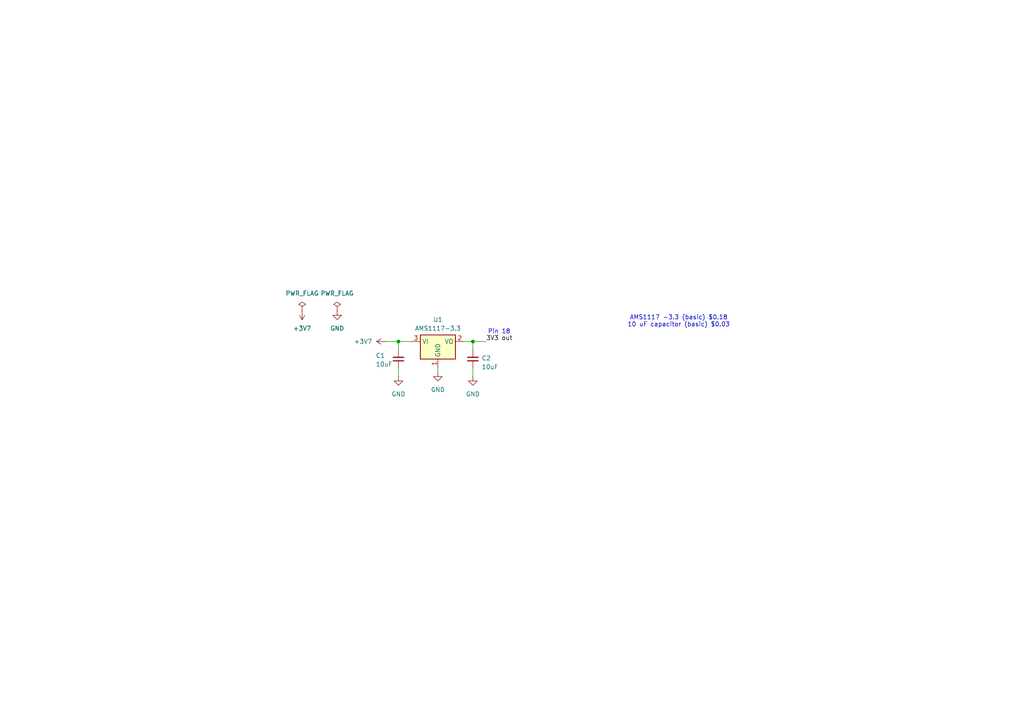
<source format=kicad_sch>
(kicad_sch (version 20231120) (generator "eeschema") (generator_version "8.0")
  (paper "A4")
  (title_block (title "3V3 and 5V output") (date "2025-03-23") (rev "v0") (company "University of Cape Town") (comment 1 "@author: Saeed Solomon"))
  (lib_symbols
    (symbol "Device:C_Small" (pin_numbers hide) (pin_names (offset 0.254) hide)
      (property "Reference" "C" (at 0.254 1.778 0))
      (property "Value" "C_Small" (at 0.254 -2.032 0))
      (symbol "C_Small_0_1"
        (polyline (pts (xy -1.524 -0.508) (xy 1.524 -0.508)) (stroke (width 0.3302)))
        (polyline (pts (xy -1.524 0.508) (xy 1.524 0.508)) (stroke (width 0.3048)))
      )
      (symbol "C_Small_1_1"
        (pin passive line (at 0 2.54 270) (length 2.032) (name "~") (number "1"))
        (pin passive line (at 0 -2.54 90) (length 2.032) (name "~") (number "2"))
      )
    )
    (symbol "Regulator_Linear:AMS1117-3.3"
      (property "Reference" "U" (at -3.81 3.175 0))
      (property "Value" "AMS1117-3.3" (at 0 3.175 0))
      (symbol "AMS1117-3.3_0_1"
        (rectangle (start -5.08 -5.08) (end 5.08 1.905) (stroke (width 0.254)) (fill (type background)))
      )
      (symbol "AMS1117-3.3_1_1"
        (pin power_in line (at 0 -7.62 90) (length 2.54) (name "GND") (number "1"))
        (pin power_out line (at 7.62 0 180) (length 2.54) (name "VO") (number "2"))
        (pin power_in line (at -7.62 0 0) (length 2.54) (name "VI") (number "3"))
      )
    )
    (symbol "power:+3V8" (power) (pin_numbers hide) (pin_names (offset 0) hide)
      (property "Value" "+3V8" (at 0 3.556 0))
      (symbol "+3V8_0_1"
        (polyline (pts (xy -0.762 1.27) (xy 0 2.54)))
        (polyline (pts (xy 0 0) (xy 0 2.54)))
        (polyline (pts (xy 0 2.54) (xy 0.762 1.27)))
      )
      (symbol "+3V8_1_1"
        (pin power_in line (at 0 0 90) (length 0) (name "~") (number "1"))
      )
    )
    (symbol "power:GND" (power) (pin_numbers hide) (pin_names (offset 0) hide)
      (property "Value" "GND" (at 0 -3.81 0))
      (symbol "GND_0_1"
        (polyline (pts (xy 0 0) (xy 0 -1.27) (xy 1.27 -1.27) (xy 0 -2.54) (xy -1.27 -1.27) (xy 0 -1.27)))
      )
      (symbol "GND_1_1"
        (pin power_in line (at 0 0 270) (length 0) (name "~") (number "1"))
      )
    )
    (symbol "power:PWR_FLAG" (power) (pin_numbers hide) (pin_names (offset 0) hide)
      (property "Value" "PWR_FLAG" (at 0 3.81 0))
      (symbol "PWR_FLAG_0_0"
        (pin power_out line (at 0 0 90) (length 0) (name "~") (number "1"))
      )
      (symbol "PWR_FLAG_0_1"
        (polyline (pts (xy 0 0) (xy 0 1.27) (xy -1.016 1.905) (xy 0 2.54) (xy 1.016 1.905) (xy 0 1.27)))
      )
    )
  )
  (junction (at 115.57 99.06))
  (junction (at 137.16 99.06))
  (wire (pts (xy 115.57 106.68) (xy 115.57 109.22)))
  (wire (pts (xy 137.16 106.68) (xy 137.16 109.22)))
  (wire (pts (xy 127 106.68) (xy 127 107.95)))
  (wire (pts (xy 115.57 99.06) (xy 115.57 101.6)))
  (wire (pts (xy 115.57 99.06) (xy 119.38 99.06)))
  (wire (pts (xy 111.76 99.06) (xy 115.57 99.06)))
  (wire (pts (xy 137.16 99.06) (xy 140.97 99.06)))
  (wire (pts (xy 137.16 99.06) (xy 137.16 101.6)))
  (wire (pts (xy 134.62 99.06) (xy 137.16 99.06)))
  (text "Pin 18" (at 144.78 96.266 0) (effects (font (size 1.27 1.27))))
  (text "AMS1117 -3.3 (basic) $0.18\n10 uF capacitor (basic) $0.03" (at 196.85 93.218 0) (effects (font (size 1.27 1.27))))
  (label "3V3 out" (at 140.97 99.06 0))
  (symbol (lib_id "power:GND") (at 127 107.95 0) (unit 1)
    (property "Reference" "#PWR03" (effects (hide yes)))
    (property "Value" "GND" (at 127 113.03 0))
    (property "Description" "Power symbol creates a global label with name \"GND\" , ground" (effects (hide yes)))
  )
  (symbol (lib_id "power:+3V8") (at 111.76 99.06 90) (unit 1)
    (property "Reference" "#PWR01" (effects (hide yes)))
    (property "Value" "+3V7" (at 107.95 99.0599 90) (effects (justify left)))
    (property "Description" "Power symbol creates a global label with name \"+3V8\"" (effects (hide yes)))
  )
  (symbol (lib_id "Device:C_Small") (at 137.16 104.14 180) (unit 1)
    (property "Reference" "C2" (at 139.7 103.886 0) (effects (justify right)))
    (property "Value" "10uF" (at 139.7 106.426 0) (effects (justify right)))
    (property "Datasheet" "https://jlcpcb.com/api/file/downloadByFileSystemAccessId/8579707359440130048" (effects (hide yes)))
    (property "Description" "Unpolarized capacitor, small symbol" (effects (hide yes)))
    (property "LSCS" "C13585" (effects (hide yes)))
  )
  (symbol (lib_id "Device:C_Small") (at 115.57 104.14 180) (unit 1)
    (property "Reference" "C1" (at 108.966 103.124 0) (effects (justify right)))
    (property "Value" "10uF" (at 108.966 105.664 0) (effects (justify right)))
    (property "Datasheet" "https://jlcpcb.com/api/file/downloadByFileSystemAccessId/8579707359440130048" (effects (hide yes)))
    (property "Description" "Unpolarized capacitor, small symbol" (effects (hide yes)))
    (property "LSCS" "C13585" (effects (hide yes)))
  )
  (symbol (lib_id "Regulator_Linear:AMS1117-3.3") (at 127 99.06 0) (unit 1)
    (property "Reference" "U1" (at 127 92.71 0))
    (property "Value" "AMS1117-3.3" (at 127 95.25 0))
    (property "Footprint" "Package_TO_SOT_SMD:SOT-223-3_TabPin2" (effects (hide yes)))
    (property "Datasheet" "https://jlcpcb.com/api/file/downloadByFileSystemAccessId/8550724073479806976" (effects (hide yes)))
    (property "Description" "1A Low Dropout regulator, positive, 3.3V fixed output, SOT-223" (effects (hide yes)))
    (property "LSCS" "C6186" (effects (hide yes)))
  )
  (symbol (lib_id "power:GND") (at 97.79 90.17 0) (unit 1)
    (property "Reference" "#PWR04" (effects (hide yes)))
    (property "Value" "GND" (at 97.79 95.25 0))
    (property "Description" "Power symbol creates a global label with name \"GND\" , ground" (effects (hide yes)))
  )
  (symbol (lib_id "power:PWR_FLAG") (at 97.79 90.17 0) (unit 1)
    (property "Reference" "#FLG02" (effects (hide yes)))
    (property "Value" "PWR_FLAG" (at 97.79 85.09 0))
    (property "Description" "Special symbol for telling ERC where power comes from" (effects (hide yes)))
  )
  (symbol (lib_id "power:+3V8") (at 87.63 90.17 180) (unit 1)
    (property "Reference" "#PWR02" (effects (hide yes)))
    (property "Value" "+3V7" (at 87.63 95.25 0))
    (property "Description" "Power symbol creates a global label with name \"+3V8\"" (effects (hide yes)))
  )
  (symbol (lib_id "power:GND") (at 115.57 109.22 0) (unit 1)
    (property "Reference" "#PWR05" (effects (hide yes)))
    (property "Value" "GND" (at 115.57 114.3 0))
    (property "Description" "Power symbol creates a global label with name \"GND\" , ground" (effects (hide yes)))
  )
  (symbol (lib_id "power:PWR_FLAG") (at 87.63 90.17 0) (unit 1)
    (property "Reference" "#FLG01" (effects (hide yes)))
    (property "Value" "PWR_FLAG" (at 87.63 85.09 0))
    (property "Description" "Special symbol for telling ERC where power comes from" (effects (hide yes)))
  )
  (symbol (lib_id "power:GND") (at 137.16 109.22 0) (unit 1)
    (property "Reference" "#PWR06" (effects (hide yes)))
    (property "Value" "GND" (at 137.16 114.3 0))
    (property "Description" "Power symbol creates a global label with name \"GND\" , ground" (effects (hide yes)))
  )
)
</source>
